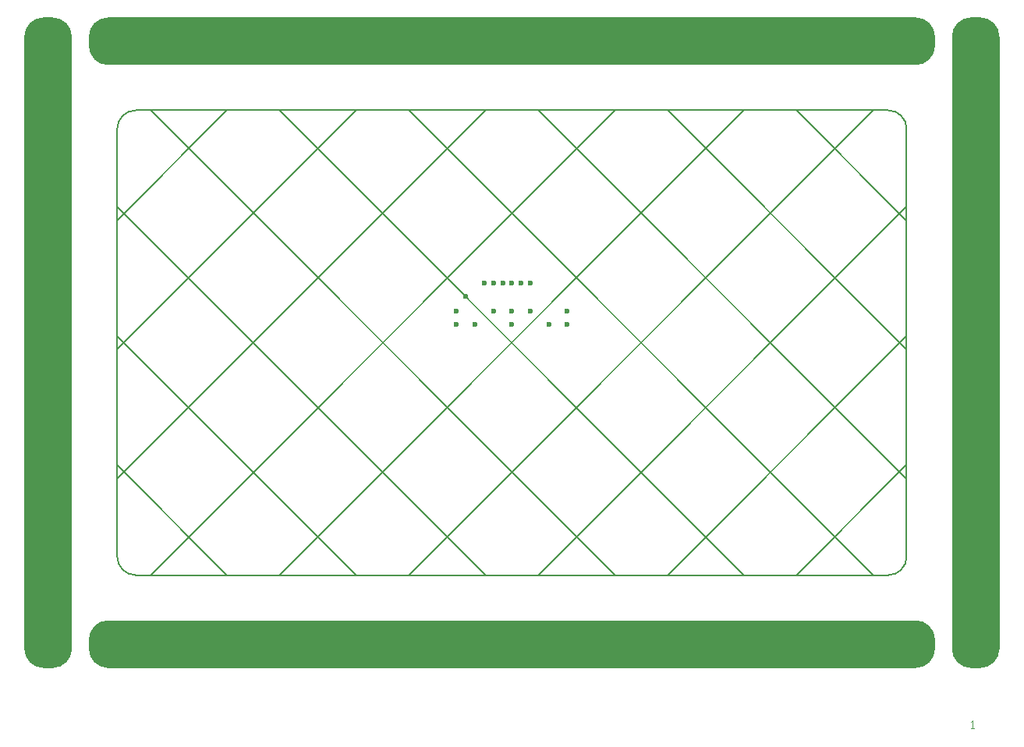
<source format=gbr>
G04 GENERATED BY PULSONIX 7.0 GERBER.DLL 4573*
%INHILLSTAR_95X60_4LAYER_EL_V1_0_2*%
%LNGERBER_TOP*%
%FSLAX33Y33*%
%IPPOS*%
%LPD*%
%OFA0B0*%
%MOMM*%
%ADD15C,0.125*%
%ADD180C,0.600*%
%ADD345C,0.150*%
X0Y0D02*
D02*
D15*
X180138Y87152D02*
X180432Y87152D01*
X180285D02*
X180285Y88034D01*
X180138Y87887*
D02*
D180*
X81891Y129056D03*
X124291Y131056D03*
Y132456D03*
X125291Y134056D03*
X126291Y131056D03*
X127291Y135556D03*
X128291Y132456D03*
Y135556D03*
X129291D03*
Y159856D03*
X130291Y131056D03*
Y132456D03*
Y135556D03*
X131291D03*
X132291Y98256D03*
Y132456D03*
Y135556D03*
X134291Y131056D03*
X136291D03*
Y132456D03*
X178691Y129056D03*
D02*
D345*
X80441Y164291D02*
X79441D01*
G75*
G03X77441Y162291J-2000*
G01*
Y95821*
G75*
G03X79441Y93821I2000*
G01*
X80441*
G75*
G03X82441Y95821J2000*
G01*
Y162291*
G75*
G03X80441Y164291I-2000*
G01*
G36*
X79441*
G75*
G03X77441Y162291J-2000*
G01*
Y95821*
G75*
G03X79441Y93821I2000*
G01*
X80441*
G75*
G03X82441Y95821J2000*
G01*
Y162291*
G75*
G03X80441Y164291I-2000*
G01*
G37*
X84441Y96821D02*
Y95821D01*
G75*
G03X86441Y93821I2000*
G01*
X174141*
G75*
G03X176141Y95821J2000*
G01*
Y96821*
G75*
G03X174141Y98821I-2000*
G01*
X86441*
G75*
G03X84441Y96821J-2000*
G01*
G36*
Y95821*
G75*
G03X86441Y93821I2000*
G01*
X174141*
G75*
G03X176141Y95821J2000*
G01*
Y96821*
G75*
G03X174141Y98821I-2000*
G01*
X86441*
G75*
G03X84441Y96821J-2000*
G01*
G37*
Y162291D02*
Y161291D01*
G75*
G03X86441Y159291I2000*
G01*
X174141*
G75*
G03X176141Y161291J2000*
G01*
Y162291*
G75*
G03X174141Y164291I-2000*
G01*
X86441*
G75*
G03X84441Y162291J-2000*
G01*
G36*
Y161291*
G75*
G03X86441Y159291I2000*
G01*
X174141*
G75*
G03X176141Y161291J2000*
G01*
Y162291*
G75*
G03X174141Y164291I-2000*
G01*
X86441*
G75*
G03X84441Y162291J-2000*
G01*
G37*
X89441Y154291D02*
G75*
G03X87441Y152291J-2000D01*
G01*
Y105821*
G75*
G03X89441Y103821I2000*
G01*
X171141*
G75*
G03X173141Y105821J2000*
G01*
Y152291*
G75*
G03X171141Y154291I-2000*
G01*
X89441*
X161197Y103821D02*
X173141Y115765D01*
X147161Y103821D02*
X173141Y129800D01*
X133126Y103821D02*
X173141Y143836D01*
X119091Y103821D02*
X169561Y154291D01*
X105056Y103821D02*
X155526Y154291D01*
X91020Y103821D02*
X141490Y154291D01*
X87441Y114277D02*
X127455Y154291D01*
X87441Y128312D02*
X113420Y154291D01*
X87441Y142347D02*
X99385Y154291D01*
Y103821D02*
X87441Y115765D01*
X113420Y103821D02*
X87441Y129800D01*
X127455Y103821D02*
X87441Y143836D01*
X141490Y103821D02*
X91020Y154291D01*
X155526Y103821D02*
X105056Y154291D01*
X169561Y103821D02*
X119091Y154291D01*
X173141Y114277D02*
X133126Y154291D01*
X173141Y128312D02*
X147161Y154291D01*
X173141Y142347D02*
X161197Y154291D01*
X178141Y162291D02*
Y95821D01*
G75*
G03X180141Y93821I2000*
G01*
X181141*
G75*
G03X183141Y95821J2000*
G01*
Y162291*
G75*
G03X181141Y164291I-2000*
G01*
X180141*
G75*
G03X178141Y162291J-2000*
G01*
G36*
Y95821*
G75*
G03X180141Y93821I2000*
G01*
X181141*
G75*
G03X183141Y95821J2000*
G01*
Y162291*
G75*
G03X181141Y164291I-2000*
G01*
X180141*
G75*
G03X178141Y162291J-2000*
G01*
G37*
X0Y0D02*
M02*

</source>
